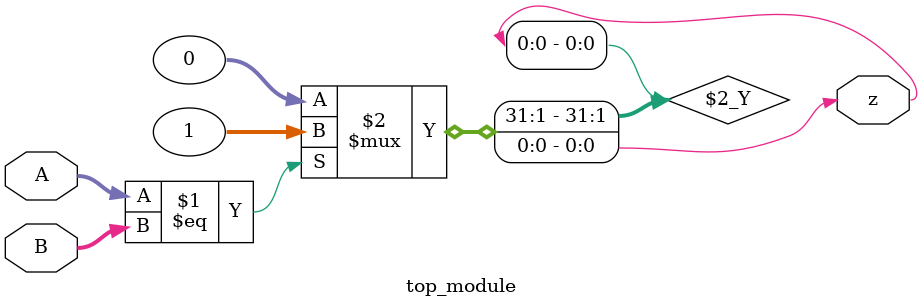
<source format=v>
module top_module ( input [1:0] A, input [1:0] B, output z ); 
    
    assign z = (A == B)? 1:0;

endmodule

</source>
